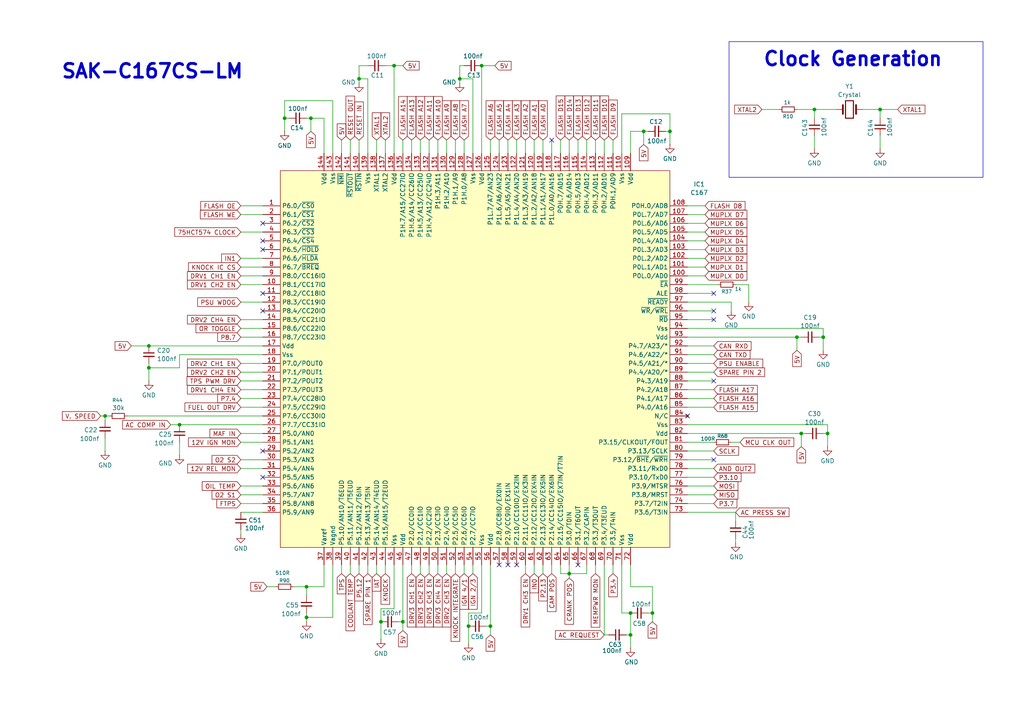
<source format=kicad_sch>
(kicad_sch (version 20250114) (generator "eeschema") (generator_version "9.0")
  (paper "A4")
  (title_block (title "SMIK43 5WY19 Rev. Eng") (date "2025-10-28") (rev "1.0"))
  (lib_symbols
    (symbol "C167_1"
      (property "Reference" "IC" (at 39.37 -17.526 0))
      (symbol "C167_1_0_1"
        (polyline (pts (xy 102.616 -36.322) (xy 102.616 -36.322)))
        (polyline (pts (xy 102.616 -36.322) (xy 103.378 -37.338)))
        (polyline (pts (xy 103.378 -36.322) (xy 102.616 -37.338)))
      )
      (symbol "C167_1_1_1"
        (rectangle (start -15.24 34.29) (end 97.79 -74.93) (fill (type color) (color 255 255 194 1)))
        (pin bidirectional line (at -20.32 24.13 0) (length 5.08) (name "P6.0/~{CS0}") (number "1"))
        (pin bidirectional line (at -20.32 21.59 0) (length 5.08) (name "P6.1/~{CS1}") (number "2"))
        (pin bidirectional line (at -20.32 19.05 0) (length 5.08) (name "P6.2/~{CS2}") (number "3"))
        (pin bidirectional line (at -20.32 16.51 0) (length 5.08) (name "P6.3/~{CS3}") (number "4"))
        (pin bidirectional line (at -20.32 13.97 0) (length 5.08) (name "P6.4/~{CS4}") (number "5"))
        (pin bidirectional line (at -20.32 11.43 0) (length 5.08) (name "P6.5/~{HOLD}") (number "6"))
        (pin bidirectional line (at -20.32 8.89 0) (length 5.08) (name "P6.6/~{HLDA}") (number "7"))
        (pin bidirectional line (at -20.32 6.35 0) (length 5.08) (name "P6.7/~{BREQ}") (number "8"))
        (pin bidirectional line (at -20.32 3.81 0) (length 5.08) (name "P8.0/CC16IO") (number "9"))
        (pin bidirectional line (at -20.32 1.27 0) (length 5.08) (name "P8.1/CC17IO") (number "10"))
        (pin bidirectional line (at -20.32 -1.27 0) (length 5.08) (name "P8.2/CC18IO") (number "11"))
        (pin bidirectional line (at -20.32 -3.81 0) (length 5.08) (name "P8.3/CC19IO") (number "12"))
        (pin bidirectional line (at -20.32 -6.35 0) (length 5.08) (name "P8.4/CC20IO") (number "13"))
        (pin bidirectional line (at -20.32 -8.89 0) (length 5.08) (name "P8.5/CC21IO") (number "14"))
        (pin bidirectional line (at -20.32 -11.43 0) (length 5.08) (name "P8.6/CC22IO") (number "15"))
        (pin bidirectional line (at -20.32 -13.97 0) (length 5.08) (name "P8.7/CC23IO") (number "16"))
        (pin bidirectional line (at -20.32 -16.51 0) (length 5.08) (name "Vdd") (number "17"))
        (pin bidirectional line (at -20.32 -19.05 0) (length 5.08) (name "Vss") (number "18"))
        (pin bidirectional line (at -20.32 -21.59 0) (length 5.08) (name "P7.0/POUT0") (number "19"))
        (pin bidirectional line (at -20.32 -24.13 0) (length 5.08) (name "P7.1/POUT1") (number "20"))
        (pin bidirectional line (at -20.32 -26.67 0) (length 5.08) (name "P7.2/POUT2") (number "21"))
        (pin bidirectional line (at -20.32 -29.21 0) (length 5.08) (name "P7.3/POUT3") (number "22"))
        (pin bidirectional line (at -20.32 -31.75 0) (length 5.08) (name "P7.4/CC28IO") (number "23"))
        (pin bidirectional line (at -20.32 -34.29 0) (length 5.08) (name "P7.5/CC29IO") (number "24"))
        (pin bidirectional line (at -20.32 -36.83 0) (length 5.08) (name "P7.6/CC30IO") (number "25"))
        (pin bidirectional line (at -20.32 -39.37 0) (length 5.08) (name "P7.7/CC31IO") (number "26"))
        (pin bidirectional line (at -20.32 -41.91 0) (length 5.08) (name "P5.0/AN0") (number "27"))
        (pin bidirectional line (at -20.32 -44.45 0) (length 5.08) (name "P5.1/AN1") (number "28"))
        (pin bidirectional line (at -20.32 -46.99 0) (length 5.08) (name "P5.2/AN2") (number "29"))
        (pin bidirectional line (at -20.32 -49.53 0) (length 5.08) (name "P5.3/AN3") (number "30"))
        (pin bidirectional line (at -20.32 -52.07 0) (length 5.08) (name "P5.4/AN4") (number "31"))
        (pin bidirectional line (at -20.32 -54.61 0) (length 5.08) (name "P5.5/AN5") (number "32"))
        (pin bidirectional line (at -20.32 -57.15 0) (length 5.08) (name "P5.6/AN6") (number "33"))
        (pin bidirectional line (at -20.32 -59.69 0) (length 5.08) (name "P5.7/AN7") (number "34"))
        (pin bidirectional line (at -20.32 -62.23 0) (length 5.08) (name "P5.8/AN8") (number "35"))
        (pin bidirectional line (at -20.32 -64.77 0) (length 5.08) (name "P5.9/AN9") (number "36"))
        (pin bidirectional line (at -2.54 39.37 270) (length 5.08) (name "Vdd") (number "144"))
        (pin bidirectional line (at -2.54 -80.01 90) (length 5.08) (name "Varef") (number "37"))
        (pin bidirectional line (at 0 39.37 270) (length 5.08) (name "Vss") (number "143"))
        (pin bidirectional line (at 0 -80.01 90) (length 5.08) (name "Vagnd") (number "38"))
        (pin bidirectional line (at 2.54 39.37 270) (length 5.08) (name "~{NMI}") (number "142"))
        (pin bidirectional line (at 2.54 -80.01 90) (length 5.08) (name "P5.10/AN10/T6EUD") (number "39"))
        (pin bidirectional line (at 5.08 39.37 270) (length 5.08) (name "~{RSTOUT}") (number "141"))
        (pin bidirectional line (at 5.08 -80.01 90) (length 5.08) (name "P5.11/AN11/T5EUD") (number "40"))
        (pin bidirectional line (at 7.62 39.37 270) (length 5.08) (name "~{RSTIN}") (number "140"))
        (pin bidirectional line (at 7.62 -80.01 90) (length 5.08) (name "P5.12/AN12/T6IN") (number "41"))
        (pin bidirectional line (at 10.16 39.37 270) (length 5.08) (name "Vss") (number "139"))
        (pin bidirectional line (at 10.16 -80.01 90) (length 5.08) (name "P5.13/AN13/T5IN") (number "42"))
        (pin bidirectional line (at 12.7 39.37 270) (length 5.08) (name "XTAL1") (number "138"))
        (pin bidirectional line (at 12.7 -80.01 90) (length 5.08) (name "P5.14/AN14/T4EUD") (number "43"))
        (pin bidirectional line (at 15.24 39.37 270) (length 5.08) (name "XTAL2") (number "137"))
        (pin bidirectional line (at 15.24 -80.01 90) (length 5.08) (name "P5.15/AN15/T2EUD") (number "44"))
        (pin bidirectional line (at 17.78 39.37 270) (length 5.08) (name "Vdd") (number "136"))
        (pin bidirectional line (at 17.78 -80.01 90) (length 5.08) (name "Vss") (number "45"))
        (pin bidirectional line (at 20.32 39.37 270) (length 5.08) (name "P1H.7/A15/CC27IO") (number "135"))
        (pin bidirectional line (at 20.32 -80.01 90) (length 5.08) (name "Vdd") (number "46"))
        (pin bidirectional line (at 22.86 39.37 270) (length 5.08) (name "P1H.6/A14/CC26IO") (number "134"))
        (pin bidirectional line (at 22.86 -80.01 90) (length 5.08) (name "P2.0/CC0IO") (number "47"))
        (pin bidirectional line (at 25.4 39.37 270) (length 5.08) (name "P1H.5/A13/CC25IO") (number "133"))
        (pin bidirectional line (at 25.4 -80.01 90) (length 5.08) (name "P2.1/CC1IO") (number "48"))
        (pin bidirectional line (at 27.94 39.37 270) (length 5.08) (name "P1H.4/A12/CC24IO") (number "132"))
        (pin bidirectional line (at 27.94 -80.01 90) (length 5.08) (name "P2.2/CC2IO") (number "49"))
        (pin bidirectional line (at 30.48 39.37 270) (length 5.08) (name "P1H.3/A11") (number "131"))
        (pin bidirectional line (at 30.48 -80.01 90) (length 5.08) (name "P2.3/CC3IO") (number "50"))
        (pin bidirectional line (at 33.02 39.37 270) (length 5.08) (name "P1H.2/A10") (number "130"))
        (pin bidirectional line (at 33.02 -80.01 90) (length 5.08) (name "P2.4/CC4IO") (number "51"))
        (pin bidirectional line (at 35.56 39.37 270) (length 5.08) (name "P1H.1/A9") (number "129"))
        (pin bidirectional line (at 35.56 -80.01 90) (length 5.08) (name "P2.5/CC5IO") (number "52"))
        (pin bidirectional line (at 38.1 39.37 270) (length 5.08) (name "P1H.0/A8") (number "128"))
        (pin bidirectional line (at 38.1 -80.01 90) (length 5.08) (name "P2.6/CC6IO") (number "53"))
        (pin bidirectional line (at 40.64 39.37 270) (length 5.08) (name "Vss") (number "127"))
        (pin bidirectional line (at 40.64 -80.01 90) (length 5.08) (name "P2.7/CC7IO") (number "54"))
        (pin bidirectional line (at 43.18 39.37 270) (length 5.08) (name "Vdd") (number "126"))
        (pin bidirectional line (at 43.18 -80.01 90) (length 5.08) (name "Vss") (number "55"))
        (pin bidirectional line (at 45.72 39.37 270) (length 5.08) (name "P1L.7/A7/AN23") (number "125"))
        (pin bidirectional line (at 45.72 -80.01 90) (length 5.08) (name "Vdd") (number "56"))
        (pin bidirectional line (at 48.26 39.37 270) (length 5.08) (name "P1L.6/A6/AN22") (number "124"))
        (pin bidirectional line (at 48.26 -80.01 90) (length 5.08) (name "P2.8/CC8IO/EX0IN") (number "57"))
        (pin bidirectional line (at 50.8 39.37 270) (length 5.08) (name "P1L.5/A5/AN21") (number "123"))
        (pin bidirectional line (at 50.8 -80.01 90) (length 5.08) (name "P2.9/CC9IO/EX1IN") (number "58"))
        (pin bidirectional line (at 53.34 39.37 270) (length 5.08) (name "P1L.4/A4/AN20") (number "122"))
        (pin bidirectional line (at 53.34 -80.01 90) (length 5.08) (name "P2.10/CC10IO/EX2IN") (number "59"))
        (pin bidirectional line (at 55.88 39.37 270) (length 5.08) (name "P1L.3/A3/AN19") (number "121"))
        (pin bidirectional line (at 55.88 -80.01 90) (length 5.08) (name "P2.11/CC11IO/EX3IN") (number "60"))
        (pin bidirectional line (at 58.42 39.37 270) (length 5.08) (name "P1L.2/A2/AN18") (number "120"))
        (pin bidirectional line (at 58.42 -80.01 90) (length 5.08) (name "P2.12/CC12IO/EX4IN") (number "61"))
        (pin bidirectional line (at 60.96 39.37 270) (length 5.08) (name "P1L.1/A1/AN17") (number "119"))
        (pin bidirectional line (at 60.96 -80.01 90) (length 5.08) (name "P2.13/CC13IO/EX5IN") (number "62"))
        (pin bidirectional line (at 63.5 39.37 270) (length 5.08) (name "P1L.0/A0/AN16") (number "118"))
        (pin bidirectional line (at 63.5 -80.01 90) (length 5.08) (name "P2.14/CC14IO/EX6IN") (number "63"))
        (pin bidirectional line (at 66.04 39.37 270) (length 5.08) (name "P0H.7/AD15") (number "117"))
        (pin bidirectional line (at 66.04 -80.01 90) (length 5.08) (name "P2.15/CC15IO/EX7IN/T7IN") (number "64"))
        (pin bidirectional line (at 68.58 39.37 270) (length 5.08) (name "P0H.6/AD14") (number "116"))
        (pin bidirectional line (at 68.58 -80.01 90) (length 5.08) (name "P3.0/T0IN") (number "65"))
        (pin bidirectional line (at 71.12 39.37 270) (length 5.08) (name "P0H.5/AD13") (number "115"))
        (pin bidirectional line (at 71.12 -80.01 90) (length 5.08) (name "P3.1/T6OUT") (number "66"))
        (pin bidirectional line (at 73.66 39.37 270) (length 5.08) (name "P0H.4/AD12") (number "114"))
        (pin bidirectional line (at 73.66 -80.01 90) (length 5.08) (name "P3.2/CAPIN") (number "67"))
        (pin bidirectional line (at 76.2 39.37 270) (length 5.08) (name "P0H.3/AD11") (number "113"))
        (pin bidirectional line (at 76.2 -80.01 90) (length 5.08) (name "P3.3/T3OUT") (number "68"))
        (pin bidirectional line (at 78.74 39.37 270) (length 5.08) (name "P0H.2/AD10") (number "112"))
        (pin bidirectional line (at 78.74 -80.01 90) (length 5.08) (name "P3.4/T3EUD") (number "69"))
        (pin bidirectional line (at 81.28 39.37 270) (length 5.08) (name "P0H.1/AD9") (number "111"))
        (pin bidirectional line (at 81.28 -80.01 90) (length 5.08) (name "P3.5/T4IN") (number "70"))
        (pin bidirectional line (at 83.82 39.37 270) (length 5.08) (name "Vss") (number "110"))
        (pin bidirectional line (at 83.82 -80.01 90) (length 5.08) (name "Vss") (number "71"))
        (pin bidirectional line (at 86.36 39.37 270) (length 5.08) (name "Vdd") (number "109"))
        (pin bidirectional line (at 86.36 -80.01 90) (length 5.08) (name "Vdd") (number "72"))
        (pin bidirectional line (at 102.87 24.13 180) (length 5.08) (name "P0H.0/AD8") (number "108"))
        (pin bidirectional line (at 102.87 21.59 180) (length 5.08) (name "P0L.7/AD7") (number "107"))
        (pin bidirectional line (at 102.87 19.05 180) (length 5.08) (name "P0L.6/AD6") (number "106"))
        (pin bidirectional line (at 102.87 16.51 180) (length 5.08) (name "P0L.5/AD5") (number "105"))
        (pin bidirectional line (at 102.87 13.97 180) (length 5.08) (name "P0L.4/AD4") (number "104"))
        (pin bidirectional line (at 102.87 11.43 180) (length 5.08) (name "P0L.3/AD3") (number "103"))
        (pin bidirectional line (at 102.87 8.89 180) (length 5.08) (name "P0L.2/AD2") (number "102"))
        (pin bidirectional line (at 102.87 6.35 180) (length 5.08) (name "P0L.1/AD1") (number "101"))
        (pin bidirectional line (at 102.87 3.81 180) (length 5.08) (name "P0L.0/AD0") (number "100"))
        (pin bidirectional line (at 102.87 1.27 180) (length 5.08) (name "~{EA}") (number "99"))
        (pin bidirectional line (at 102.87 -1.27 180) (length 5.08) (name "ALE") (number "98"))
        (pin bidirectional line (at 102.87 -3.81 180) (length 5.08) (name "~{READY}") (number "97"))
        (pin bidirectional line (at 102.87 -6.35 180) (length 5.08) (name "~{WR}/~{WRL}") (number "96"))
        (pin bidirectional line (at 102.87 -8.89 180) (length 5.08) (name "~{RD}") (number "95"))
        (pin bidirectional line (at 102.87 -11.43 180) (length 5.08) (name "Vss") (number "94"))
        (pin bidirectional line (at 102.87 -13.97 180) (length 5.08) (name "Vdd") (number "93"))
        (pin bidirectional line (at 102.87 -16.51 180) (length 5.08) (name "P4.7/A23/*") (number "92"))
        (pin bidirectional line (at 102.87 -19.05 180) (length 5.08) (name "P4.6/A22/*") (number "91"))
        (pin bidirectional line (at 102.87 -21.59 180) (length 5.08) (name "P4.5/A21/*") (number "90"))
        (pin bidirectional line (at 102.87 -24.13 180) (length 5.08) (name "P4.4/A20/*") (number "89"))
        (pin bidirectional line (at 102.87 -26.67 180) (length 5.08) (name "P4.3/A19") (number "88"))
        (pin bidirectional line (at 102.87 -29.21 180) (length 5.08) (name "P4.2/A18") (number "87"))
        (pin bidirectional line (at 102.87 -31.75 180) (length 5.08) (name "P4.1/A17") (number "86"))
        (pin bidirectional line (at 102.87 -34.29 180) (length 5.08) (name "P4.0/A16") (number "85"))
        (pin bidirectional line (at 102.87 -39.37 180) (length 5.08) (name "Vss") (number "83"))
        (pin bidirectional line (at 102.87 -41.91 180) (length 5.08) (name "Vdd") (number "82"))
        (pin bidirectional line (at 102.87 -44.45 180) (length 5.08) (name "P3.15/CLKOUT/FOUT") (number "81"))
        (pin bidirectional line (at 102.87 -46.99 180) (length 5.08) (name "P3.13/SCLK") (number "80"))
        (pin bidirectional line (at 102.87 -49.53 180) (length 5.08) (name "P3.12/~{BHE}/~{WRH}") (number "79"))
        (pin bidirectional line (at 102.87 -52.07 180) (length 5.08) (name "P3.11/RxD0") (number "78"))
        (pin bidirectional line (at 102.87 -54.61 180) (length 5.08) (name "P3.10/TxD0") (number "77"))
        (pin bidirectional line (at 102.87 -57.15 180) (length 5.08) (name "P3.9/MTSR") (number "76"))
        (pin bidirectional line (at 102.87 -59.69 180) (length 5.08) (name "P3.8/MRST") (number "75"))
        (pin bidirectional line (at 102.87 -62.23 180) (length 5.08) (name "P3.7/T2IN") (number "74"))
        (pin bidirectional line (at 102.87 -64.77 180) (length 5.08) (name "P3.6/T3IN") (number "73"))
        (pin bidirectional line (at 102.95 -36.83 180) (length 5.08) (name "N/C") (number "84"))
      )
    )
    (symbol "Device:C_Small" (pin_numbers (hide yes)) (pin_names (offset 0.254) (hide yes))
      (property "Reference" "C" (at 0.254 1.778 0))
      (property "Value" "C_Small" (at 0.254 -2.032 0))
      (symbol "C_Small_0_1"
        (polyline (pts (xy -1.524 0.508) (xy 1.524 0.508)) (stroke (width 0.3048)))
        (polyline (pts (xy -1.524 -0.508) (xy 1.524 -0.508)) (stroke (width 0.3302)))
      )
      (symbol "C_Small_1_1"
        (pin passive line (at 0 2.54 270) (length 2.032) (name "~") (number "1"))
        (pin passive line (at 0 -2.54 90) (length 2.032) (name "~") (number "2"))
      )
    )
    (symbol "Device:Crystal" (pin_numbers (hide yes)) (pin_names (offset 1.016) (hide yes))
      (property "Reference" "Y" (at 0 3.81 0))
      (property "Value" "Crystal" (at 0 -3.81 0))
      (symbol "Crystal_0_1"
        (polyline (pts (xy -2.54 0) (xy -1.905 0)))
        (polyline (pts (xy -1.905 -1.27) (xy -1.905 1.27)) (stroke (width 0.508)))
        (rectangle (start -1.143 2.54) (end 1.143 -2.54) (stroke (width 0.3048)))
        (polyline (pts (xy 1.905 -1.27) (xy 1.905 1.27)) (stroke (width 0.508)))
        (polyline (pts (xy 2.54 0) (xy 1.905 0)))
      )
      (symbol "Crystal_1_1"
        (pin passive line (at -3.81 0 0) (length 1.27) (name "1") (number "1"))
        (pin passive line (at 3.81 0 180) (length 1.27) (name "2") (number "2"))
      )
    )
    (symbol "Device:R_Small" (pin_numbers (hide yes)) (pin_names (offset 0.254) (hide yes))
      (property "Reference" "R" (at 0 0 90))
      (property "Value" "R_Small" (at 1.778 0 90))
      (symbol "R_Small_0_1"
        (rectangle (start -0.762 1.778) (end 0.762 -1.778) (stroke (width 0.2032)))
      )
      (symbol "R_Small_1_1"
        (pin passive line (at 0 2.54 270) (length 0.762) (name "~") (number "1"))
        (pin passive line (at 0 -2.54 90) (length 0.762) (name "~") (number "2"))
      )
    )
    (symbol "power:GND" (power) (pin_numbers (hide yes)) (pin_names (offset 0) (hide yes))
      (property "Value" "GND" (at 0 -3.81 0))
      (symbol "GND_0_1"
        (polyline (pts (xy 0 0) (xy 0 -1.27) (xy 1.27 -1.27) (xy 0 -2.54) (xy -1.27 -1.27) (xy 0 -1.27)))
      )
      (symbol "GND_1_1"
        (pin power_in line (at 0 0 270) (length 0) (name "~") (number "1"))
      )
    )
  )
  (rectangle (start 211.455 12.065) (end 285.115 51.435))
  (text "Clock Generation" (at 247.396 17.272 0) (effects (font (size 4 4) (thickness 0.8) (bold yes))))
  (text "SAK-C167CS-LM" (at 44.196 20.828 0) (effects (font (size 4 4) (thickness 0.8) (bold yes))))
  (junction (at 135.89 181.61))
  (junction (at 255.27 31.75))
  (junction (at 43.18 100.33))
  (junction (at 43.18 106.68))
  (junction (at 30.48 120.65))
  (junction (at 116.84 180.34))
  (junction (at 240.03 125.73))
  (junction (at 236.22 31.75))
  (junction (at 52.07 123.19))
  (junction (at 232.41 125.73))
  (junction (at 194.31 38.1))
  (junction (at 110.49 180.34))
  (junction (at 114.3 19.05))
  (junction (at 165.1 166.37))
  (junction (at 231.14 97.79))
  (junction (at 186.69 38.1))
  (junction (at 182.88 184.15))
  (junction (at 82.55 34.29))
  (junction (at 139.7 19.05))
  (junction (at 133.35 22.86))
  (junction (at 189.23 177.8))
  (junction (at 238.76 97.79))
  (junction (at 88.9 170.18))
  (junction (at 182.88 177.8))
  (junction (at 90.17 34.29))
  (junction (at 142.24 181.61))
  (junction (at 104.14 22.86))
  (junction (at 88.9 179.07))
  (no_connect (at 207.01 90.17))
  (no_connect (at 144.78 163.83))
  (no_connect (at 76.2 90.17))
  (no_connect (at 207.01 133.35))
  (no_connect (at 147.32 163.83))
  (no_connect (at 160.02 40.64))
  (no_connect (at 199.39 120.65))
  (no_connect (at 207.01 110.49))
  (no_connect (at 76.2 69.85))
  (no_connect (at 207.01 85.09))
  (no_connect (at 207.01 92.71))
  (no_connect (at 167.64 163.83))
  (no_connect (at 149.86 163.83))
  (no_connect (at 76.2 72.39))
  (no_connect (at 76.2 138.43))
  (no_connect (at 76.2 130.81))
  (no_connect (at 76.2 85.09))
  (no_connect (at 76.2 64.77))
  (wire (pts (xy 133.35 19.05) (xy 133.35 22.86)))
  (wire (pts (xy 236.22 31.75) (xy 236.22 34.29)))
  (wire (pts (xy 186.69 38.1) (xy 187.96 38.1)))
  (wire (pts (xy 137.16 22.86) (xy 133.35 22.86)))
  (wire (pts (xy 199.39 133.35) (xy 207.01 133.35)))
  (wire (pts (xy 111.76 40.64) (xy 111.76 44.45)))
  (wire (pts (xy 121.92 166.37) (xy 121.92 163.83)))
  (wire (pts (xy 114.3 19.05) (xy 114.3 44.45)))
  (wire (pts (xy 106.68 22.86) (xy 106.68 44.45)))
  (wire (pts (xy 109.22 40.64) (xy 109.22 44.45)))
  (wire (pts (xy 69.85 146.05) (xy 76.2 146.05)))
  (wire (pts (xy 160.02 166.37) (xy 160.02 163.83)))
  (wire (pts (xy 199.39 143.51) (xy 207.01 143.51)))
  (wire (pts (xy 96.52 179.07) (xy 88.9 179.07)))
  (wire (pts (xy 162.56 166.37) (xy 165.1 166.37)))
  (wire (pts (xy 38.1 100.33) (xy 43.18 100.33)))
  (wire (pts (xy 232.41 125.73) (xy 232.41 129.54)))
  (wire (pts (xy 157.48 40.64) (xy 157.48 44.45)))
  (wire (pts (xy 69.85 133.35) (xy 76.2 133.35)))
  (wire (pts (xy 69.85 113.03) (xy 76.2 113.03)))
  (wire (pts (xy 199.39 74.93) (xy 204.47 74.93)))
  (wire (pts (xy 232.41 125.73) (xy 233.68 125.73)))
  (wire (pts (xy 199.39 110.49) (xy 207.01 110.49)))
  (wire (pts (xy 199.39 113.03) (xy 207.01 113.03)))
  (wire (pts (xy 199.39 67.31) (xy 204.47 67.31)))
  (wire (pts (xy 124.46 166.37) (xy 124.46 163.83)))
  (wire (pts (xy 69.85 115.57) (xy 76.2 115.57)))
  (wire (pts (xy 31.75 120.65) (xy 30.48 120.65)))
  (wire (pts (xy 30.48 120.65) (xy 29.21 120.65)))
  (wire (pts (xy 139.7 177.8) (xy 135.89 177.8)))
  (wire (pts (xy 199.39 72.39) (xy 204.47 72.39)))
  (wire (pts (xy 142.24 181.61) (xy 142.24 184.15)))
  (wire (pts (xy 255.27 31.75) (xy 260.35 31.75)))
  (wire (pts (xy 180.34 33.02) (xy 194.31 33.02)))
  (wire (pts (xy 69.85 67.31) (xy 76.2 67.31)))
  (wire (pts (xy 30.48 120.65) (xy 30.48 121.92)))
  (wire (pts (xy 231.14 97.79) (xy 232.41 97.79)))
  (wire (pts (xy 116.84 163.83) (xy 116.84 180.34)))
  (wire (pts (xy 36.83 120.65) (xy 76.2 120.65)))
  (wire (pts (xy 199.39 77.47) (xy 204.47 77.47)))
  (wire (pts (xy 165.1 40.64) (xy 165.1 44.45)))
  (wire (pts (xy 69.85 82.55) (xy 76.2 82.55)))
  (wire (pts (xy 133.35 22.86) (xy 133.35 24.13)))
  (wire (pts (xy 106.68 163.83) (xy 106.68 166.37)))
  (wire (pts (xy 69.85 125.73) (xy 76.2 125.73)))
  (wire (pts (xy 52.07 128.27) (xy 52.07 132.08)))
  (wire (pts (xy 199.39 80.01) (xy 204.47 80.01)))
  (wire (pts (xy 157.48 166.37) (xy 157.48 163.83)))
  (wire (pts (xy 116.84 182.88) (xy 116.84 180.34)))
  (wire (pts (xy 199.39 59.69) (xy 204.47 59.69)))
  (wire (pts (xy 180.34 163.83) (xy 180.34 177.8)))
  (wire (pts (xy 135.89 177.8) (xy 135.89 181.61)))
  (wire (pts (xy 96.52 163.83) (xy 96.52 179.07)))
  (wire (pts (xy 182.88 170.18) (xy 182.88 163.83)))
  (wire (pts (xy 104.14 40.64) (xy 104.14 44.45)))
  (wire (pts (xy 137.16 22.86) (xy 137.16 44.45)))
  (wire (pts (xy 220.98 31.75) (xy 226.06 31.75)))
  (wire (pts (xy 116.84 40.64) (xy 116.84 44.45)))
  (wire (pts (xy 199.39 97.79) (xy 231.14 97.79)))
  (wire (pts (xy 106.68 19.05) (xy 104.14 19.05)))
  (wire (pts (xy 69.85 148.59) (xy 76.2 148.59)))
  (wire (pts (xy 165.1 166.37) (xy 170.18 166.37)))
  (wire (pts (xy 124.46 40.64) (xy 124.46 44.45)))
  (wire (pts (xy 194.31 33.02) (xy 194.31 38.1)))
  (wire (pts (xy 149.86 40.64) (xy 149.86 44.45)))
  (wire (pts (xy 199.39 115.57) (xy 207.01 115.57)))
  (wire (pts (xy 255.27 39.37) (xy 255.27 43.18)))
  (wire (pts (xy 69.85 140.97) (xy 76.2 140.97)))
  (wire (pts (xy 111.76 166.37) (xy 111.76 163.83)))
  (wire (pts (xy 96.52 29.21) (xy 96.52 44.45)))
  (wire (pts (xy 199.39 130.81) (xy 207.01 130.81)))
  (wire (pts (xy 199.39 90.17) (xy 207.01 90.17)))
  (wire (pts (xy 69.85 110.49) (xy 76.2 110.49)))
  (wire (pts (xy 69.85 154.94) (xy 69.85 153.67)))
  (wire (pts (xy 240.03 125.73) (xy 240.03 129.54)))
  (wire (pts (xy 127 40.64) (xy 127 44.45)))
  (wire (pts (xy 30.48 127) (xy 30.48 130.81)))
  (wire (pts (xy 199.39 82.55) (xy 208.28 82.55)))
  (wire (pts (xy 165.1 166.37) (xy 165.1 167.64)))
  (wire (pts (xy 231.14 97.79) (xy 231.14 101.6)))
  (wire (pts (xy 189.23 177.8) (xy 189.23 180.34)))
  (wire (pts (xy 77.47 170.18) (xy 80.01 170.18)))
  (wire (pts (xy 69.85 118.11) (xy 76.2 118.11)))
  (wire (pts (xy 101.6 40.64) (xy 101.6 44.45)))
  (wire (pts (xy 96.52 29.21) (xy 82.55 29.21)))
  (wire (pts (xy 167.64 40.64) (xy 167.64 44.45)))
  (wire (pts (xy 52.07 123.19) (xy 76.2 123.19)))
  (wire (pts (xy 193.04 38.1) (xy 194.31 38.1)))
  (wire (pts (xy 69.85 143.51) (xy 76.2 143.51)))
  (wire (pts (xy 199.39 128.27) (xy 207.01 128.27)))
  (wire (pts (xy 115.57 180.34) (xy 116.84 180.34)))
  (wire (pts (xy 180.34 33.02) (xy 180.34 44.45)))
  (wire (pts (xy 114.3 163.83) (xy 114.3 176.53)))
  (wire (pts (xy 52.07 102.87) (xy 52.07 106.68)))
  (wire (pts (xy 212.09 87.63) (xy 212.09 90.17)))
  (wire (pts (xy 82.55 29.21) (xy 82.55 34.29)))
  (wire (pts (xy 199.39 95.25) (xy 238.76 95.25)))
  (wire (pts (xy 99.06 40.64) (xy 99.06 44.45)))
  (wire (pts (xy 129.54 166.37) (xy 129.54 163.83)))
  (wire (pts (xy 109.22 166.37) (xy 109.22 163.83)))
  (wire (pts (xy 69.85 107.95) (xy 76.2 107.95)))
  (wire (pts (xy 255.27 31.75) (xy 255.27 34.29)))
  (wire (pts (xy 49.53 123.19) (xy 52.07 123.19)))
  (wire (pts (xy 172.72 40.64) (xy 172.72 44.45)))
  (wire (pts (xy 182.88 184.15) (xy 181.61 184.15)))
  (wire (pts (xy 172.72 166.37) (xy 172.72 163.83)))
  (wire (pts (xy 212.09 128.27) (xy 214.63 128.27)))
  (wire (pts (xy 240.03 123.19) (xy 240.03 125.73)))
  (wire (pts (xy 176.53 184.15) (xy 175.26 184.15)))
  (wire (pts (xy 162.56 40.64) (xy 162.56 44.45)))
  (wire (pts (xy 114.3 19.05) (xy 116.84 19.05)))
  (wire (pts (xy 69.85 135.89) (xy 76.2 135.89)))
  (wire (pts (xy 134.62 163.83) (xy 134.62 166.37)))
  (wire (pts (xy 119.38 40.64) (xy 119.38 44.45)))
  (wire (pts (xy 154.94 166.37) (xy 154.94 163.83)))
  (wire (pts (xy 93.98 170.18) (xy 93.98 163.83)))
  (wire (pts (xy 199.39 120.65) (xy 199.47 120.65)))
  (wire (pts (xy 199.39 100.33) (xy 207.01 100.33)))
  (wire (pts (xy 177.8 166.37) (xy 177.8 163.83)))
  (wire (pts (xy 90.17 34.29) (xy 93.98 34.29)))
  (wire (pts (xy 101.6 166.37) (xy 101.6 163.83)))
  (wire (pts (xy 199.39 102.87) (xy 207.01 102.87)))
  (wire (pts (xy 139.7 19.05) (xy 143.51 19.05)))
  (wire (pts (xy 154.94 40.64) (xy 154.94 44.45)))
  (wire (pts (xy 199.39 105.41) (xy 207.01 105.41)))
  (wire (pts (xy 175.26 184.15) (xy 175.26 163.83)))
  (wire (pts (xy 135.89 181.61) (xy 135.89 186.69)))
  (wire (pts (xy 162.56 166.37) (xy 162.56 163.83)))
  (wire (pts (xy 217.17 82.55) (xy 217.17 87.63)))
  (wire (pts (xy 238.76 95.25) (xy 238.76 97.79)))
  (wire (pts (xy 199.39 87.63) (xy 212.09 87.63)))
  (wire (pts (xy 250.19 31.75) (xy 255.27 31.75)))
  (wire (pts (xy 142.24 40.64) (xy 142.24 44.45)))
  (wire (pts (xy 236.22 39.37) (xy 236.22 43.18)))
  (wire (pts (xy 69.85 59.69) (xy 76.2 59.69)))
  (wire (pts (xy 182.88 38.1) (xy 182.88 44.45)))
  (wire (pts (xy 69.85 97.79) (xy 76.2 97.79)))
  (wire (pts (xy 139.7 163.83) (xy 139.7 177.8)))
  (wire (pts (xy 186.69 38.1) (xy 186.69 41.91)))
  (wire (pts (xy 43.18 100.33) (xy 76.2 100.33)))
  (wire (pts (xy 213.36 151.13) (xy 213.36 148.59)))
  (wire (pts (xy 199.39 138.43) (xy 207.01 138.43)))
  (wire (pts (xy 199.39 118.11) (xy 207.01 118.11)))
  (wire (pts (xy 93.98 34.29) (xy 93.98 44.45)))
  (wire (pts (xy 134.62 40.64) (xy 134.62 44.45)))
  (wire (pts (xy 104.14 22.86) (xy 104.14 24.13)))
  (wire (pts (xy 82.55 34.29) (xy 82.55 38.1)))
  (wire (pts (xy 69.85 77.47) (xy 76.2 77.47)))
  (wire (pts (xy 194.31 38.1) (xy 194.31 41.91)))
  (wire (pts (xy 88.9 170.18) (xy 93.98 170.18)))
  (wire (pts (xy 199.39 125.73) (xy 232.41 125.73)))
  (wire (pts (xy 160.02 40.64) (xy 160.02 44.45)))
  (wire (pts (xy 231.14 31.75) (xy 236.22 31.75)))
  (wire (pts (xy 129.54 40.64) (xy 129.54 44.45)))
  (wire (pts (xy 69.85 80.01) (xy 76.2 80.01)))
  (wire (pts (xy 111.76 19.05) (xy 114.3 19.05)))
  (wire (pts (xy 90.17 34.29) (xy 90.17 38.1)))
  (wire (pts (xy 170.18 40.64) (xy 170.18 44.45)))
  (wire (pts (xy 213.36 156.21) (xy 213.36 157.48)))
  (wire (pts (xy 238.76 97.79) (xy 238.76 101.6)))
  (wire (pts (xy 152.4 40.64) (xy 152.4 44.45)))
  (wire (pts (xy 83.82 34.29) (xy 82.55 34.29)))
  (wire (pts (xy 121.92 40.64) (xy 121.92 44.45)))
  (wire (pts (xy 85.09 170.18) (xy 88.9 170.18)))
  (wire (pts (xy 199.39 69.85) (xy 204.47 69.85)))
  (wire (pts (xy 213.36 82.55) (xy 217.17 82.55)))
  (wire (pts (xy 182.88 187.96) (xy 182.88 184.15)))
  (wire (pts (xy 132.08 166.37) (xy 132.08 163.83)))
  (wire (pts (xy 199.39 140.97) (xy 207.01 140.97)))
  (wire (pts (xy 199.39 64.77) (xy 204.47 64.77)))
  (wire (pts (xy 236.22 31.75) (xy 242.57 31.75)))
  (wire (pts (xy 132.08 40.64) (xy 132.08 44.45)))
  (wire (pts (xy 88.9 177.8) (xy 88.9 179.07)))
  (wire (pts (xy 69.85 62.23) (xy 76.2 62.23)))
  (wire (pts (xy 104.14 19.05) (xy 104.14 22.86)))
  (wire (pts (xy 137.16 166.37) (xy 137.16 163.83)))
  (wire (pts (xy 52.07 102.87) (xy 76.2 102.87)))
  (wire (pts (xy 99.06 166.37) (xy 99.06 163.83)))
  (wire (pts (xy 152.4 166.37) (xy 152.4 163.83)))
  (wire (pts (xy 199.39 148.59) (xy 213.36 148.59)))
  (wire (pts (xy 69.85 74.93) (xy 76.2 74.93)))
  (wire (pts (xy 165.1 163.83) (xy 165.1 166.37)))
  (wire (pts (xy 110.49 180.34) (xy 110.49 185.42)))
  (wire (pts (xy 43.18 106.68) (xy 43.18 105.41)))
  (wire (pts (xy 199.39 123.19) (xy 240.03 123.19)))
  (wire (pts (xy 69.85 92.71) (xy 76.2 92.71)))
  (wire (pts (xy 182.88 177.8) (xy 182.88 184.15)))
  (wire (pts (xy 104.14 166.37) (xy 104.14 163.83)))
  (wire (pts (xy 88.9 179.07) (xy 88.9 180.34)))
  (wire (pts (xy 199.39 135.89) (xy 207.01 135.89)))
  (wire (pts (xy 139.7 19.05) (xy 139.7 44.45)))
  (wire (pts (xy 114.3 176.53) (xy 110.49 176.53)))
  (wire (pts (xy 189.23 170.18) (xy 189.23 177.8)))
  (wire (pts (xy 199.39 107.95) (xy 207.01 107.95)))
  (wire (pts (xy 180.34 177.8) (xy 182.88 177.8)))
  (wire (pts (xy 134.62 19.05) (xy 133.35 19.05)))
  (wire (pts (xy 199.39 92.71) (xy 207.01 92.71)))
  (wire (pts (xy 199.39 62.23) (xy 204.47 62.23)))
  (wire (pts (xy 144.78 40.64) (xy 144.78 44.45)))
  (wire (pts (xy 140.97 181.61) (xy 142.24 181.61)))
  (wire (pts (xy 182.88 170.18) (xy 189.23 170.18)))
  (wire (pts (xy 240.03 125.73) (xy 238.76 125.73)))
  (wire (pts (xy 187.96 177.8) (xy 189.23 177.8)))
  (wire (pts (xy 69.85 128.27) (xy 76.2 128.27)))
  (wire (pts (xy 177.8 40.64) (xy 177.8 44.45)))
  (wire (pts (xy 127 166.37) (xy 127 163.83)))
  (wire (pts (xy 43.18 106.68) (xy 43.18 110.49)))
  (wire (pts (xy 199.39 85.09) (xy 207.01 85.09)))
  (wire (pts (xy 147.32 40.64) (xy 147.32 44.45)))
  (wire (pts (xy 170.18 166.37) (xy 170.18 163.83)))
  (wire (pts (xy 90.17 34.29) (xy 88.9 34.29)))
  (wire (pts (xy 106.68 22.86) (xy 104.14 22.86)))
  (wire (pts (xy 69.85 105.41) (xy 76.2 105.41)))
  (wire (pts (xy 88.9 170.18) (xy 88.9 172.72)))
  (wire (pts (xy 52.07 106.68) (xy 43.18 106.68)))
  (wire (pts (xy 237.49 97.79) (xy 238.76 97.79)))
  (wire (pts (xy 199.39 146.05) (xy 207.01 146.05)))
  (wire (pts (xy 119.38 166.37) (xy 119.38 163.83)))
  (wire (pts (xy 69.85 87.63) (xy 76.2 87.63)))
  (wire (pts (xy 186.69 38.1) (xy 182.88 38.1)))
  (wire (pts (xy 175.26 40.64) (xy 175.26 44.45)))
  (wire (pts (xy 69.85 95.25) (xy 76.2 95.25)))
  (wire (pts (xy 110.49 176.53) (xy 110.49 180.34)))
  (wire (pts (xy 142.24 163.83) (xy 142.24 181.61)))
  (global_label "5V" (shape input) (at 90.17 38.1 270) (property "Intersheetrefs" "${INTERSHEET_REFS}" (effects (hide yes))))
  (global_label "75HCT574 CLOCK" (shape input) (at 69.85 67.31 180) (property "Intersheetrefs" "${INTERSHEET_REFS}" (effects (hide yes))))
  (global_label "FLASH OE" (shape input) (at 69.85 59.69 180) (property "Intersheetrefs" "${INTERSHEET_REFS}" (effects (hide yes))))
  (global_label "SPARE PIN 2" (shape input) (at 207.01 107.95 0) (property "Intersheetrefs" "${INTERSHEET_REFS}" (effects (hide yes))))
  (global_label "MOSI" (shape input) (at 207.01 140.97 0) (property "Intersheetrefs" "${INTERSHEET_REFS}" (effects (hide yes))))
  (global_label "5V" (shape input) (at 186.69 41.91 270) (property "Intersheetrefs" "${INTERSHEET_REFS}" (effects (hide yes))))
  (global_label "FLASH WE" (shape input) (at 69.85 62.23 180) (property "Intersheetrefs" "${INTERSHEET_REFS}" (effects (hide yes))))
  (global_label "MUPLX D0" (shape input) (at 204.47 80.01 0) (property "Intersheetrefs" "${INTERSHEET_REFS}" (effects (hide yes))))
  (global_label "FLASH A0" (shape input) (at 157.48 40.64 90) (property "Intersheetrefs" "${INTERSHEET_REFS}" (effects (hide yes))))
  (global_label "FLASH A9" (shape input) (at 129.54 40.64 90) (property "Intersheetrefs" "${INTERSHEET_REFS}" (effects (hide yes))))
  (global_label "FUEL OUT DRV" (shape input) (at 69.85 118.11 180) (property "Intersheetrefs" "${INTERSHEET_REFS}" (effects (hide yes))))
  (global_label "5V" (shape input) (at 143.51 19.05 0) (property "Intersheetrefs" "${INTERSHEET_REFS}" (effects (hide yes))))
  (global_label "FLASH D14" (shape input) (at 165.1 40.64 90) (property "Intersheetrefs" "${INTERSHEET_REFS}" (effects (hide yes))))
  (global_label "FLASH A15" (shape input) (at 207.01 118.11 0) (property "Intersheetrefs" "${INTERSHEET_REFS}" (effects (hide yes))))
  (global_label "SPARE PIN 1" (shape input) (at 106.68 166.37 270) (property "Intersheetrefs" "${INTERSHEET_REFS}" (effects (hide yes))))
  (global_label "TPS" (shape input) (at 99.06 166.37 270) (property "Intersheetrefs" "${INTERSHEET_REFS}" (effects (hide yes))))
  (global_label "CAN TXD" (shape input) (at 207.01 102.87 0) (property "Intersheetrefs" "${INTERSHEET_REFS}" (effects (hide yes))))
  (global_label "P5.12" (shape input) (at 104.14 166.37 270) (property "Intersheetrefs" "${INTERSHEET_REFS}" (effects (hide yes))))
  (global_label "MUPLX D5" (shape input) (at 204.47 67.31 0) (property "Intersheetrefs" "${INTERSHEET_REFS}" (effects (hide yes))))
  (global_label "FLASH A8" (shape input) (at 132.08 40.64 90) (property "Intersheetrefs" "${INTERSHEET_REFS}" (effects (hide yes))))
  (global_label "O2 S2" (shape input) (at 69.85 133.35 180) (property "Intersheetrefs" "${INTERSHEET_REFS}" (effects (hide yes))))
  (global_label "FLASH A10" (shape input) (at 127 40.64 90) (property "Intersheetrefs" "${INTERSHEET_REFS}" (effects (hide yes))))
  (global_label "AC COMP IN" (shape input) (at 49.53 123.19 180) (property "Intersheetrefs" "${INTERSHEET_REFS}" (effects (hide yes))))
  (global_label "IGN 2/3" (shape input) (at 137.16 166.37 270) (property "Intersheetrefs" "${INTERSHEET_REFS}" (effects (hide yes))))
  (global_label "DRV2 CH1 EN" (shape input) (at 69.85 105.41 180) (property "Intersheetrefs" "${INTERSHEET_REFS}" (effects (hide yes))))
  (global_label "P7.4" (shape input) (at 69.85 115.57 180) (property "Intersheetrefs" "${INTERSHEET_REFS}" (effects (hide yes))))
  (global_label "5V" (shape input) (at 189.23 180.34 270) (property "Intersheetrefs" "${INTERSHEET_REFS}" (effects (hide yes))))
  (global_label "XTAL1" (shape input) (at 260.35 31.75 0) (property "Intersheetrefs" "${INTERSHEET_REFS}" (effects (hide yes))))
  (global_label "FLASH A12" (shape input) (at 121.92 40.64 90) (property "Intersheetrefs" "${INTERSHEET_REFS}" (effects (hide yes))))
  (global_label "MAF IN" (shape input) (at 69.85 125.73 180) (property "Intersheetrefs" "${INTERSHEET_REFS}" (effects (hide yes))))
  (global_label "P8.7" (shape input) (at 69.85 97.79 180) (property "Intersheetrefs" "${INTERSHEET_REFS}" (effects (hide yes))))
  (global_label "PSU ENABLE" (shape input) (at 207.01 105.41 0) (property "Intersheetrefs" "${INTERSHEET_REFS}" (effects (hide yes))))
  (global_label "5V" (shape input) (at 116.84 182.88 270) (property "Intersheetrefs" "${INTERSHEET_REFS}" (effects (hide yes))))
  (global_label "MUPLX D7" (shape input) (at 204.47 62.23 0) (property "Intersheetrefs" "${INTERSHEET_REFS}" (effects (hide yes))))
  (global_label "OIL TEMP" (shape input) (at 69.85 140.97 180) (effects (font (thickness 0.1588))) (property "Intersheetrefs" "${INTERSHEET_REFS}" (effects (hide yes))))
  (global_label "FLASH A5" (shape input) (at 144.78 40.64 90) (property "Intersheetrefs" "${INTERSHEET_REFS}" (effects (hide yes))))
  (global_label "5V" (shape input) (at 232.41 129.54 270) (property "Intersheetrefs" "${INTERSHEET_REFS}" (effects (hide yes))))
  (global_label "5V" (shape input) (at 231.14 101.6 270) (property "Intersheetrefs" "${INTERSHEET_REFS}" (effects (hide yes))))
  (global_label "12V REL MON" (shape input) (at 69.85 135.89 180) (property "Intersheetrefs" "${INTERSHEET_REFS}" (effects (hide yes))))
  (global_label "KNOCK" (shape input) (at 111.76 166.37 270) (property "Intersheetrefs" "${INTERSHEET_REFS}" (effects (hide yes))))
  (global_label "SCLK" (shape input) (at 207.01 130.81 0) (property "Intersheetrefs" "${INTERSHEET_REFS}" (effects (hide yes))))
  (global_label "DRV2 CH2 EN" (shape input) (at 69.85 107.95 180) (property "Intersheetrefs" "${INTERSHEET_REFS}" (effects (hide yes))))
  (global_label "MEMPWR MON" (shape input) (at 172.72 166.37 270) (property "Intersheetrefs" "${INTERSHEET_REFS}" (effects (hide yes))))
  (global_label "CAN RXD" (shape input) (at 207.01 100.33 0) (property "Intersheetrefs" "${INTERSHEET_REFS}" (effects (hide yes))))
  (global_label "FLASH D13" (shape input) (at 167.64 40.64 90) (property "Intersheetrefs" "${INTERSHEET_REFS}" (effects (hide yes))))
  (global_label "DRV3 CH2 EN" (shape input) (at 121.92 166.37 270) (property "Intersheetrefs" "${INTERSHEET_REFS}" (effects (hide yes))))
  (global_label "FLASH A6" (shape input) (at 142.24 40.64 90) (property "Intersheetrefs" "${INTERSHEET_REFS}" (effects (hide yes))))
  (global_label "MUPLX D4" (shape input) (at 204.47 69.85 0) (property "Intersheetrefs" "${INTERSHEET_REFS}" (effects (hide yes))))
  (global_label "DRV1 CH3 EN" (shape input) (at 152.4 166.37 270) (property "Intersheetrefs" "${INTERSHEET_REFS}" (effects (hide yes))))
  (global_label "DRV2 CH3 EN" (shape input) (at 129.54 166.37 270) (property "Intersheetrefs" "${INTERSHEET_REFS}" (effects (hide yes))))
  (global_label "5V" (shape input) (at 142.24 184.15 270) (property "Intersheetrefs" "${INTERSHEET_REFS}" (effects (hide yes))))
  (global_label "P3.4" (shape input) (at 177.8 166.37 270) (property "Intersheetrefs" "${INTERSHEET_REFS}" (effects (hide yes))))
  (global_label "KNOCK IC CS" (shape input) (at 69.85 77.47 180) (property "Intersheetrefs" "${INTERSHEET_REFS}" (effects (hide yes))))
  (global_label "MUPLX D2" (shape input) (at 204.47 74.93 0) (property "Intersheetrefs" "${INTERSHEET_REFS}" (effects (hide yes))))
  (global_label "FLASH D9" (shape input) (at 177.8 40.64 90) (property "Intersheetrefs" "${INTERSHEET_REFS}" (effects (hide yes))))
  (global_label "FLASH A14" (shape input) (at 116.84 40.64 90) (property "Intersheetrefs" "${INTERSHEET_REFS}" (effects (hide yes))))
  (global_label "XTAL2" (shape input) (at 220.98 31.75 180) (property "Intersheetrefs" "${INTERSHEET_REFS}" (effects (hide yes))))
  (global_label "AC PRESS SW" (shape input) (at 213.36 148.59 0) (property "Intersheetrefs" "${INTERSHEET_REFS}" (effects (hide yes))))
  (global_label "XTAL1" (shape input) (at 109.22 40.64 90) (property "Intersheetrefs" "${INTERSHEET_REFS}" (effects (hide yes))))
  (global_label "FTPS" (shape input) (at 69.85 146.05 180) (property "Intersheetrefs" "${INTERSHEET_REFS}" (effects (hide yes))))
  (global_label "CAM POS" (shape input) (at 160.02 166.37 270) (property "Intersheetrefs" "${INTERSHEET_REFS}" (effects (hide yes))))
  (global_label "FLASH D12" (shape input) (at 170.18 40.64 90) (property "Intersheetrefs" "${INTERSHEET_REFS}" (effects (hide yes))))
  (global_label "IN1" (shape input) (at 69.85 74.93 180) (property "Intersheetrefs" "${INTERSHEET_REFS}" (effects (hide yes))))
  (global_label "KNOCK INTEGRATE" (shape input) (at 132.08 166.37 270) (property "Intersheetrefs" "${INTERSHEET_REFS}" (effects (hide yes))))
  (global_label "DRV2 CH4 EN" (shape input) (at 69.85 92.71 180) (property "Intersheetrefs" "${INTERSHEET_REFS}" (effects (hide yes))))
  (global_label "DRV1 CH2 EN" (shape input) (at 69.85 82.55 180) (property "Intersheetrefs" "${INTERSHEET_REFS}" (effects (hide yes))))
  (global_label "DRV3 CH4 EN" (shape input) (at 127 166.37 270) (property "Intersheetrefs" "${INTERSHEET_REFS}" (effects (hide yes))))
  (global_label "12V IGN MON" (shape input) (at 69.85 128.27 180) (property "Intersheetrefs" "${INTERSHEET_REFS}" (effects (hide yes))))
  (global_label "5V" (shape input) (at 99.06 40.64 90) (property "Intersheetrefs" "${INTERSHEET_REFS}" (effects (hide yes))))
  (global_label "P3.7" (shape input) (at 207.01 146.05 0) (property "Intersheetrefs" "${INTERSHEET_REFS}" (effects (hide yes))))
  (global_label "RESET OUT" (shape input) (at 101.6 40.64 90) (property "Intersheetrefs" "${INTERSHEET_REFS}" (effects (hide yes))))
  (global_label "FLASH D11" (shape input) (at 172.72 40.64 90) (property "Intersheetrefs" "${INTERSHEET_REFS}" (effects (hide yes))))
  (global_label "P2.13" (shape input) (at 157.48 166.37 270) (property "Intersheetrefs" "${INTERSHEET_REFS}" (effects (hide yes))))
  (global_label "DRV1 CH4 EN" (shape input) (at 69.85 113.03 180) (property "Intersheetrefs" "${INTERSHEET_REFS}" (effects (hide yes))))
  (global_label "V. SPEED" (shape input) (at 29.21 120.65 180) (property "Intersheetrefs" "${INTERSHEET_REFS}" (effects (hide yes))))
  (global_label "MUPLX D6" (shape input) (at 204.47 64.77 0) (property "Intersheetrefs" "${INTERSHEET_REFS}" (effects (hide yes))))
  (global_label "DRV3 CH1 EN" (shape input) (at 119.38 166.37 270) (property "Intersheetrefs" "${INTERSHEET_REFS}" (effects (hide yes))))
  (global_label "FLASH A1" (shape input) (at 154.94 40.64 90) (property "Intersheetrefs" "${INTERSHEET_REFS}" (effects (hide yes))))
  (global_label "DRV1 CH1 EN" (shape input) (at 69.85 80.01 180) (property "Intersheetrefs" "${INTERSHEET_REFS}" (effects (hide yes))))
  (global_label "RESET IN" (shape input) (at 104.14 40.64 90) (property "Intersheetrefs" "${INTERSHEET_REFS}" (effects (hide yes))))
  (global_label "MUPLX D1" (shape input) (at 204.47 77.47 0) (property "Intersheetrefs" "${INTERSHEET_REFS}" (effects (hide yes))))
  (global_label "CRANK POS" (shape input) (at 165.1 167.64 270) (property "Intersheetrefs" "${INTERSHEET_REFS}" (effects (hide yes))))
  (global_label "IGN 4/1" (shape input) (at 134.62 166.37 270) (property "Intersheetrefs" "${INTERSHEET_REFS}" (effects (hide yes))))
  (global_label "XTAL2" (shape input) (at 111.76 40.64 90) (property "Intersheetrefs" "${INTERSHEET_REFS}" (effects (hide yes))))
  (global_label "COOLANT TEMP" (shape input) (at 101.6 166.37 270) (property "Intersheetrefs" "${INTERSHEET_REFS}" (effects (hide yes))))
  (global_label "IN0" (shape input) (at 154.94 166.37 270) (property "Intersheetrefs" "${INTERSHEET_REFS}" (effects (hide yes))))
  (global_label "5V" (shape input) (at 116.84 19.05 0) (property "Intersheetrefs" "${INTERSHEET_REFS}" (effects (hide yes))))
  (global_label "FLASH D10" (shape input) (at 175.26 40.64 90) (property "Intersheetrefs" "${INTERSHEET_REFS}" (effects (hide yes))))
  (global_label "OR TOGGLE" (shape input) (at 69.85 95.25 180) (property "Intersheetrefs" "${INTERSHEET_REFS}" (effects (hide yes))))
  (global_label "5V" (shape input) (at 77.47 170.18 180) (property "Intersheetrefs" "${INTERSHEET_REFS}" (effects (hide yes))))
  (global_label "DRV3 CH3 EN" (shape input) (at 124.46 166.37 270) (property "Intersheetrefs" "${INTERSHEET_REFS}" (effects (hide yes))))
  (global_label "P3.10" (shape input) (at 207.01 138.43 0) (property "Intersheetrefs" "${INTERSHEET_REFS}" (effects (hide yes))))
  (global_label "FLASH A4" (shape input) (at 147.32 40.64 90) (property "Intersheetrefs" "${INTERSHEET_REFS}" (effects (hide yes))))
  (global_label "MISO" (shape input) (at 207.01 143.51 0) (property "Intersheetrefs" "${INTERSHEET_REFS}" (effects (hide yes))))
  (global_label "FLASH D15" (shape input) (at 162.56 40.64 90) (property "Intersheetrefs" "${INTERSHEET_REFS}" (effects (hide yes))))
  (global_label "AC REQUEST" (shape input) (at 175.26 184.15 180) (property "Intersheetrefs" "${INTERSHEET_REFS}" (effects (hide yes))))
  (global_label "5V" (shape input) (at 38.1 100.33 180) (property "Intersheetrefs" "${INTERSHEET_REFS}" (effects (hide yes))))
  (global_label "FLASH A7" (shape input) (at 134.62 40.64 90) (property "Intersheetrefs" "${INTERSHEET_REFS}" (effects (hide yes))))
  (global_label "FLASH A3" (shape input) (at 149.86 40.64 90) (property "Intersheetrefs" "${INTERSHEET_REFS}" (effects (hide yes))))
  (global_label "FLASH A2" (shape input) (at 152.4 40.64 90) (property "Intersheetrefs" "${INTERSHEET_REFS}" (effects (hide yes))))
  (global_label "MUPLX D3" (shape input) (at 204.47 72.39 0) (property "Intersheetrefs" "${INTERSHEET_REFS}" (effects (hide yes))))
  (global_label "AND OUT2" (shape input) (at 207.01 135.89 0) (property "Intersheetrefs" "${INTERSHEET_REFS}" (effects (hide yes))))
  (global_label "FLASH A11" (shape input) (at 124.46 40.64 90) (property "Intersheetrefs" "${INTERSHEET_REFS}" (effects (hide yes))))
  (global_label "MCU CLK OUT" (shape input) (at 214.63 128.27 0) (property "Intersheetrefs" "${INTERSHEET_REFS}" (effects (hide yes))))
  (global_label "FLASH A13" (shape input) (at 119.38 40.64 90) (property "Intersheetrefs" "${INTERSHEET_REFS}" (effects (hide yes))))
  (global_label "TPS PWM DRV" (shape input) (at 69.85 110.49 180) (property "Intersheetrefs" "${INTERSHEET_REFS}" (effects (hide yes))))
  (global_label "IAT" (shape input) (at 109.22 166.37 270) (property "Intersheetrefs" "${INTERSHEET_REFS}" (effects (hide yes))))
  (global_label "O2 S1" (shape input) (at 69.85 143.51 180) (property "Intersheetrefs" "${INTERSHEET_REFS}" (effects (hide yes))))
  (global_label "FLASH A17" (shape input) (at 207.01 113.03 0) (property "Intersheetrefs" "${INTERSHEET_REFS}" (effects (hide yes))))
  (global_label "FLASH D8" (shape input) (at 204.47 59.69 0) (property "Intersheetrefs" "${INTERSHEET_REFS}" (effects (hide yes))))
  (global_label "PSU WDOG" (shape input) (at 69.85 87.63 180) (property "Intersheetrefs" "${INTERSHEET_REFS}" (effects (hide yes))))
  (global_label "FLASH A16" (shape input) (at 207.01 115.57 0) (property "Intersheetrefs" "${INTERSHEET_REFS}" (effects (hide yes))))
  (symbol (lib_id "power:GND") (at 52.07 132.08 0) (unit 1)
    (property "Reference" "#PWR011" (effects (hide yes)))
    (property "Value" "GND" (at 48.006 134.366 0))
    (property "Description" "Power symbol creates a global label with name \"GND\" , ground" (effects (hide yes)))
  )
  (symbol (lib_id "power:GND") (at 104.14 24.13 0) (unit 1)
    (property "Reference" "#PWR053" (effects (hide yes)))
    (property "Value" "GND" (at 99.06 23.876 0) (effects (justify left)))
    (property "Description" "Power symbol creates a global label with name \"GND\" , ground" (effects (hide yes)))
  )
  (symbol (lib_id "power:GND") (at 240.03 129.54 0) (unit 1)
    (property "Reference" "#PWR039" (effects (hide yes)))
    (property "Value" "GND" (at 240.03 133.6731 0))
    (property "Description" "Power symbol creates a global label with name \"GND\" , ground" (effects (hide yes)))
  )
  (symbol (lib_id "Device:C_Small") (at 138.43 181.61 270) (unit 1)
    (property "Reference" "C56" (at 138.43 184.658 90))
    (property "Value" "100nf" (at 138.938 179.07 90))
    (property "Description" "Unpolarized capacitor, small symbol" (effects (hide yes)))
  )
  (symbol (lib_id "Device:C_Small") (at 88.9 175.26 0) (unit 1)
    (property "Reference" "C55" (at 82.804 175.514 0) (effects (justify left)))
    (property "Value" "100nf" (at 81.534 178.054 0) (effects (justify left)))
    (property "Description" "Unpolarized capacitor, small symbol" (effects (hide yes)))
  )
  (symbol (lib_id "Device:R_Small") (at 228.6 31.75 90) (unit 1)
    (property "Reference" "R10" (at 230.124 33.782 90) (effects (font (size 1.016 1.016)) (justify left)))
    (property "Value" "1k" (at 229.362 29.718 90) (effects (font (size 1.06 1.06)) (justify left)))
    (property "Description" "Resistor, small symbol" (effects (hide yes)))
  )
  (symbol (lib_id "power:GND") (at 194.31 41.91 0) (unit 1)
    (property "Reference" "#PWR048" (effects (hide yes)))
    (property "Value" "GND" (at 194.31 46.0431 0))
    (property "Description" "Power symbol creates a global label with name \"GND\" , ground" (effects (hide yes)))
  )
  (symbol (lib_id "power:GND") (at 217.17 87.63 0) (unit 1)
    (property "Reference" "#PWR046" (effects (hide yes)))
    (property "Value" "GND" (at 217.17 91.7631 0))
    (property "Description" "Power symbol creates a global label with name \"GND\" , ground" (effects (hide yes)))
  )
  (symbol (lib_id "power:GND") (at 182.88 187.96 0) (unit 1)
    (property "Reference" "#PWR038" (effects (hide yes)))
    (property "Value" "GND" (at 183.134 192.024 0))
    (property "Description" "Power symbol creates a global label with name \"GND\" , ground" (effects (hide yes)))
  )
  (symbol (lib_id "Device:C_Small") (at 213.36 153.67 180) (unit 1)
    (property "Reference" "C44" (at 216.154 152.4 90) (effects (justify left)))
    (property "Value" "100nf" (at 217.932 150.876 90) (effects (justify left)))
    (property "Description" "Unpolarized capacitor, small symbol" (effects (hide yes)))
  )
  (symbol (lib_id "Device:C_Small") (at 30.48 124.46 0) (unit 1)
    (property "Reference" "C22" (at 24.384 124.714 0) (effects (justify left)))
    (property "Value" "100nf" (at 23.114 127.254 0) (effects (justify left)))
    (property "Description" "Unpolarized capacitor, small symbol" (effects (hide yes)))
  )
  (symbol (lib_id "Device:C_Small") (at 43.18 102.87 0) (unit 1)
    (property "Reference" "C20" (at 45.5041 101.6641 0) (effects (justify left)))
    (property "Value" "100nf" (at 45.5041 104.0884 0) (effects (justify left)))
    (property "Description" "Unpolarized capacitor, small symbol" (effects (hide yes)))
  )
  (symbol (lib_id "power:GND") (at 88.9 180.34 0) (unit 1)
    (property "Reference" "#PWR021" (effects (hide yes)))
    (property "Value" "GND" (at 88.9 184.4731 0))
    (property "Description" "Power symbol creates a global label with name \"GND\" , ground" (effects (hide yes)))
  )
  (symbol (lib_id "Device:C_Small") (at 185.42 177.8 270) (unit 1)
    (property "Reference" "C58" (at 185.42 180.848 90))
    (property "Value" "100nf" (at 185.928 175.26 90))
    (property "Description" "Unpolarized capacitor, small symbol" (effects (hide yes)))
  )
  (symbol (lib_id "Device:C_Small") (at 234.95 97.79 90) (unit 1)
    (property "Reference" "C19" (at 234.9563 92.0834 90))
    (property "Value" "100nf" (at 234.9563 94.5077 90))
    (property "Description" "Unpolarized capacitor, small symbol" (effects (hide yes)))
  )
  (symbol (lib_id "Device:C_Small") (at 109.22 19.05 270) (unit 1)
    (property "Reference" "C11" (at 109.474 21.844 90))
    (property "Value" "100nf" (at 109.22 16.256 90))
    (property "Description" "Unpolarized capacitor, small symbol" (effects (hide yes)))
  )
  (symbol (lib_id "Device:C_Small") (at 69.85 151.13 180) (unit 1)
    (property "Reference" "C51" (at 75.946 150.876 0) (effects (justify left)))
    (property "Value" "100nf" (at 76.708 153.162 0) (effects (justify left)))
    (property "Description" "Unpolarized capacitor, small symbol" (effects (hide yes)))
  )
  (symbol (lib_id "Device:C_Small") (at 190.5 38.1 90) (unit 1)
    (property "Reference" "C12" (at 190.246 35.306 90))
    (property "Value" "100nf" (at 190.5 40.894 90))
    (property "Description" "Unpolarized capacitor, small symbol" (effects (hide yes)))
  )
  (symbol (lib_id "Device:R_Small") (at 209.55 128.27 270) (unit 1)
    (property "Reference" "R68" (at 209.55 126.492 90) (effects (font (size 1.016 1.016))))
    (property "Value" "100R" (at 203.2 127.254 90) (effects (font (size 1.06 1.06)) (justify left)))
    (property "Description" "Resistor, small symbol" (effects (hide yes)))
  )
  (symbol (lib_id "power:GND") (at 238.76 101.6 0) (unit 1)
    (property "Reference" "#PWR040" (effects (hide yes)))
    (property "Value" "GND" (at 238.76 105.7331 0))
    (property "Description" "Power symbol creates a global label with name \"GND\" , ground" (effects (hide yes)))
  )
  (symbol (lib_id "power:GND") (at 133.35 24.13 0) (unit 1)
    (property "Reference" "#PWR052" (effects (hide yes)))
    (property "Value" "GND" (at 128.27 23.876 0) (effects (justify left)))
    (property "Description" "Power symbol creates a global label with name \"GND\" , ground" (effects (hide yes)))
  )
  (symbol (lib_id "Device:C_Small") (at 137.16 19.05 270) (unit 1)
    (property "Reference" "C13" (at 137.414 21.844 90))
    (property "Value" "100nf" (at 137.16 16.256 90))
    (property "Description" "Unpolarized capacitor, small symbol" (effects (hide yes)))
  )
  (symbol (lib_id "Device:C_Small") (at 179.07 184.15 90) (unit 1)
    (property "Reference" "C63" (at 180.34 186.944 90) (effects (justify left)))
    (property "Value" "100nf" (at 180.34 188.722 90) (effects (justify left)))
    (property "Description" "Unpolarized capacitor, small symbol" (effects (hide yes)))
  )
  (symbol (lib_name "C167_1") (lib_id "SIMK43:C167") (at 96.52 83.82 0) (unit 1)
    (property "Reference" "IC1" (at 202.7911 53.4434 0))
    (property "Value" "C167" (at 202.7911 55.8677 0))
  )
  (symbol (lib_id "Device:C_Small") (at 255.27 36.83 180) (unit 1)
    (property "Reference" "C144" (at 252.476 37.084 90))
    (property "Value" "100nf" (at 258.064 36.83 90))
    (property "Description" "Unpolarized capacitor, small symbol" (effects (hide yes)))
  )
  (symbol (lib_id "power:GND") (at 82.55 38.1 0) (mirror y) (unit 1)
    (property "Reference" "#PWR057" (effects (hide yes)))
    (property "Value" "GND" (at 82.55 42.2331 0))
    (property "Description" "Power symbol creates a global label with name \"GND\" , ground" (effects (hide yes)))
  )
  (symbol (lib_id "Device:R_Small") (at 82.55 170.18 90) (unit 1)
    (property "Reference" "R90" (at 84.074 168.402 90) (effects (font (size 1.016 1.016)) (justify left)))
    (property "Value" "510R" (at 84.074 166.1821 90) (effects (font (size 1.06 1.06)) (justify left)))
    (property "Description" "Resistor, small symbol" (effects (hide yes)))
  )
  (symbol (lib_id "power:GND") (at 110.49 185.42 0) (unit 1)
    (property "Reference" "#PWR026" (effects (hide yes)))
    (property "Value" "GND" (at 110.49 189.5531 0))
    (property "Description" "Power symbol creates a global label with name \"GND\" , ground" (effects (hide yes)))
  )
  (symbol (lib_id "power:GND") (at 236.22 43.18 0) (unit 1)
    (property "Reference" "#PWR054" (effects (hide yes)))
    (property "Value" "GND" (at 236.22 47.3131 0))
    (property "Description" "Power symbol creates a global label with name \"GND\" , ground" (effects (hide yes)))
  )
  (symbol (lib_id "power:GND") (at 212.09 90.17 0) (unit 1)
    (property "Reference" "#PWR045" (effects (hide yes)))
    (property "Value" "GND" (at 212.09 94.3031 0))
    (property "Description" "Power symbol creates a global label with name \"GND\" , ground" (effects (hide yes)))
  )
  (symbol (lib_id "Device:R_Small") (at 34.29 120.65 270) (unit 1)
    (property "Reference" "R44" (at 32.512 116.078 90) (effects (font (size 1.016 1.016)) (justify left)))
    (property "Value" "30k" (at 32.512 118.2979 90) (effects (justify left)))
    (property "Description" "Resistor, small symbol" (effects (hide yes)))
  )
  (symbol (lib_id "Device:C_Small") (at 236.22 125.73 270) (unit 1)
    (property "Reference" "C30" (at 236.2136 120.0234 90))
    (property "Value" "100nf" (at 236.2136 122.4477 90))
    (property "Description" "Unpolarized capacitor, small symbol" (effects (hide yes)))
  )
  (symbol (lib_id "Device:C_Small") (at 52.07 125.73 0) (unit 1)
    (property "Reference" "C25" (at 45.974 125.984 0) (effects (justify left)))
    (property "Value" "100nf" (at 44.704 128.524 0) (effects (justify left)))
    (property "Description" "Unpolarized capacitor, small symbol" (effects (hide yes)))
  )
  (symbol (lib_id "power:GND") (at 69.85 154.94 0) (unit 1)
    (property "Reference" "#PWR020" (effects (hide yes)))
    (property "Value" "GND" (at 69.85 159.0731 0))
    (property "Description" "Power symbol creates a global label with name \"GND\" , ground" (effects (hide yes)))
  )
  (symbol (lib_id "Device:R_Small") (at 210.82 82.55 90) (unit 1)
    (property "Reference" "R37" (at 212.344 84.582 90) (effects (font (size 1.016 1.016)) (justify left)))
    (property "Value" "1k" (at 215.138 83.82 90) (effects (font (size 1.06 1.06)) (justify left)))
    (property "Description" "Resistor, small symbol" (effects (hide yes)))
  )
  (symbol (lib_id "Device:C_Small") (at 113.03 180.34 270) (unit 1)
    (property "Reference" "C57" (at 113.03 183.388 90))
    (property "Value" "100nf" (at 113.538 177.8 90))
    (property "Description" "Unpolarized capacitor, small symbol" (effects (hide yes)))
  )
  (symbol (lib_id "power:GND") (at 30.48 130.81 0) (unit 1)
    (property "Reference" "#PWR09" (effects (hide yes)))
    (property "Value" "GND" (at 30.48 134.9431 0))
    (property "Description" "Power symbol creates a global label with name \"GND\" , ground" (effects (hide yes)))
  )
  (symbol (lib_id "power:GND") (at 43.18 110.49 0) (unit 1)
    (property "Reference" "#PWR05" (effects (hide yes)))
    (property "Value" "GND" (at 43.18 114.6231 0))
    (property "Description" "Power symbol creates a global label with name \"GND\" , ground" (effects (hide yes)))
  )
  (symbol (lib_id "power:GND") (at 135.89 186.69 0) (unit 1)
    (property "Reference" "#PWR029" (effects (hide yes)))
    (property "Value" "GND" (at 135.89 190.8231 0))
    (property "Description" "Power symbol creates a global label with name \"GND\" , ground" (effects (hide yes)))
  )
  (symbol (lib_id "power:GND") (at 213.36 157.48 0) (unit 1)
    (property "Reference" "#PWR042" (effects (hide yes)))
    (property "Value" "GND" (at 213.614 161.544 0))
    (property "Description" "Power symbol creates a global label with name \"GND\" , ground" (effects (hide yes)))
  )
  (symbol (lib_id "Device:C_Small") (at 86.36 34.29 90) (mirror x) (unit 1)
    (property "Reference" "C14" (at 86.106 37.084 90))
    (property "Value" "100nf" (at 86.36 31.496 90))
    (property "Description" "Unpolarized capacitor, small symbol" (effects (hide yes)))
  )
  (symbol (lib_id "Device:C_Small") (at 236.22 36.83 180) (unit 1)
    (property "Reference" "C143" (at 233.426 37.084 90))
    (property "Value" "100nf" (at 239.014 36.83 90))
    (property "Description" "Unpolarized capacitor, small symbol" (effects (hide yes)))
  )
  (symbol (lib_id "Device:Crystal") (at 246.38 31.75 0) (unit 1)
    (property "Reference" "Y1" (at 246.38 25.0401 0))
    (property "Value" "Crystal" (at 246.38 27.4644 0))
    (property "Description" "Two pin crystal" (effects (hide yes)))
  )
  (symbol (lib_id "power:GND") (at 255.27 43.18 0) (unit 1)
    (property "Reference" "#PWR055" (effects (hide yes)))
    (property "Value" "GND" (at 255.27 47.3131 0))
    (property "Description" "Power symbol creates a global label with name \"GND\" , ground" (effects (hide yes)))
  )
)
</source>
